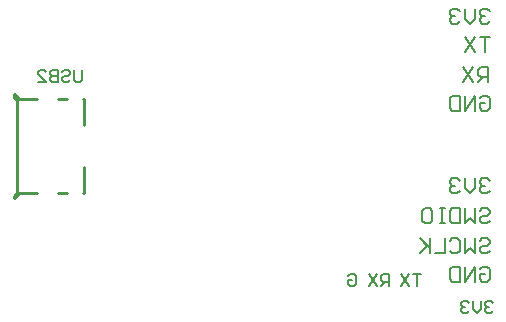
<source format=gbo>
G04*
G04 #@! TF.GenerationSoftware,Altium Limited,Altium Designer,21.2.2 (38)*
G04*
G04 Layer_Color=32896*
%FSLAX25Y25*%
%MOIN*%
G70*
G04*
G04 #@! TF.SameCoordinates,90EED6A2-F189-4C83-9C70-3762F5BC3ACE*
G04*
G04*
G04 #@! TF.FilePolarity,Positive*
G04*
G01*
G75*
%ADD10C,0.01000*%
%ADD19C,0.00800*%
D10*
X-1881Y76230D02*
X-231Y74710D01*
X-1881Y75080D02*
Y76230D01*
Y75080D02*
X-1067Y74266D01*
Y43464D02*
Y74266D01*
X-2081Y42450D02*
X-1067Y43464D01*
X-2081Y41800D02*
Y42450D01*
Y41800D02*
X-1881D01*
X-231Y43210D01*
X21429Y43250D02*
Y52080D01*
Y65920D02*
Y74750D01*
X-712D02*
X5558D01*
X-231Y43250D02*
X5558D01*
X5813D01*
X12752D02*
X15868D01*
X21232D02*
X21429D01*
X5558Y74750D02*
X5813D01*
X12752D02*
X15868D01*
X21232D02*
X21429D01*
D19*
X153368Y27465D02*
X154201Y28298D01*
X155867D01*
X156700Y27465D01*
Y26632D01*
X155867Y25799D01*
X154201D01*
X153368Y24966D01*
Y24133D01*
X154201Y23300D01*
X155867D01*
X156700Y24133D01*
X151702Y28298D02*
Y23300D01*
X150036Y24966D01*
X148369Y23300D01*
Y28298D01*
X143371Y27465D02*
X144204Y28298D01*
X145870D01*
X146703Y27465D01*
Y24133D01*
X145870Y23300D01*
X144204D01*
X143371Y24133D01*
X141705Y28298D02*
Y23300D01*
X138373D01*
X136706Y28298D02*
Y23300D01*
Y24966D01*
X133374Y28298D01*
X135873Y25799D01*
X133374Y23300D01*
X153368Y17965D02*
X154201Y18798D01*
X155867D01*
X156700Y17965D01*
Y14633D01*
X155867Y13800D01*
X154201D01*
X153368Y14633D01*
Y16299D01*
X155034D01*
X151702Y13800D02*
Y18798D01*
X148369Y13800D01*
Y18798D01*
X146703D02*
Y13800D01*
X144204D01*
X143371Y14633D01*
Y17965D01*
X144204Y18798D01*
X146703D01*
X156700Y47465D02*
X155867Y48298D01*
X154201D01*
X153368Y47465D01*
Y46632D01*
X154201Y45799D01*
X155034D01*
X154201D01*
X153368Y44966D01*
Y44133D01*
X154201Y43300D01*
X155867D01*
X156700Y44133D01*
X151702Y48298D02*
Y44966D01*
X150036Y43300D01*
X148369Y44966D01*
Y48298D01*
X146703Y47465D02*
X145870Y48298D01*
X144204D01*
X143371Y47465D01*
Y46632D01*
X144204Y45799D01*
X145037D01*
X144204D01*
X143371Y44966D01*
Y44133D01*
X144204Y43300D01*
X145870D01*
X146703Y44133D01*
X153368Y37465D02*
X154201Y38298D01*
X155867D01*
X156700Y37465D01*
Y36632D01*
X155867Y35799D01*
X154201D01*
X153368Y34966D01*
Y34133D01*
X154201Y33300D01*
X155867D01*
X156700Y34133D01*
X151702Y38298D02*
Y33300D01*
X150036Y34966D01*
X148369Y33300D01*
Y38298D01*
X146703D02*
Y33300D01*
X144204D01*
X143371Y34133D01*
Y37465D01*
X144204Y38298D01*
X146703D01*
X141705D02*
X140039D01*
X140872D01*
Y33300D01*
X141705D01*
X140039D01*
X135040Y38298D02*
X136706D01*
X137540Y37465D01*
Y34133D01*
X136706Y33300D01*
X135040D01*
X134207Y34133D01*
Y37465D01*
X135040Y38298D01*
X157700Y6632D02*
X157034Y7299D01*
X155701D01*
X155034Y6632D01*
Y5966D01*
X155701Y5299D01*
X156367D01*
X155701D01*
X155034Y4633D01*
Y3966D01*
X155701Y3300D01*
X157034D01*
X157700Y3966D01*
X153701Y7299D02*
Y4633D01*
X152368Y3300D01*
X151035Y4633D01*
Y7299D01*
X149703Y6632D02*
X149036Y7299D01*
X147703D01*
X147037Y6632D01*
Y5966D01*
X147703Y5299D01*
X148370D01*
X147703D01*
X147037Y4633D01*
Y3966D01*
X147703Y3300D01*
X149036D01*
X149703Y3966D01*
X109534Y15632D02*
X110201Y16299D01*
X111533D01*
X112200Y15632D01*
Y12967D01*
X111533Y12300D01*
X110201D01*
X109534Y12967D01*
Y14299D01*
X110867D01*
X123200Y12300D02*
Y16299D01*
X121201D01*
X120534Y15632D01*
Y14299D01*
X121201Y13633D01*
X123200D01*
X121867D02*
X120534Y12300D01*
X119201Y16299D02*
X116535Y12300D01*
Y16299D02*
X119201Y12300D01*
X133700Y16299D02*
X131034D01*
X132367D01*
Y12300D01*
X129701Y16299D02*
X127035Y12300D01*
Y16299D02*
X129701Y12300D01*
X156700Y95298D02*
X153368D01*
X155034D01*
Y90300D01*
X151702Y95298D02*
X148369Y90300D01*
Y95298D02*
X151702Y90300D01*
X153368Y74965D02*
X154201Y75798D01*
X155867D01*
X156700Y74965D01*
Y71633D01*
X155867Y70800D01*
X154201D01*
X153368Y71633D01*
Y73299D01*
X155034D01*
X151702Y70800D02*
Y75798D01*
X148369Y70800D01*
Y75798D01*
X146703D02*
Y70800D01*
X144204D01*
X143371Y71633D01*
Y74965D01*
X144204Y75798D01*
X146703D01*
X156200Y80300D02*
Y85298D01*
X153701D01*
X152868Y84465D01*
Y82799D01*
X153701Y81966D01*
X156200D01*
X154534D02*
X152868Y80300D01*
X151202Y85298D02*
X147869Y80300D01*
Y85298D02*
X151202Y80300D01*
X156700Y103965D02*
X155867Y104798D01*
X154201D01*
X153368Y103965D01*
Y103132D01*
X154201Y102299D01*
X155034D01*
X154201D01*
X153368Y101466D01*
Y100633D01*
X154201Y99800D01*
X155867D01*
X156700Y100633D01*
X151702Y104798D02*
Y101466D01*
X150036Y99800D01*
X148369Y101466D01*
Y104798D01*
X146703Y103965D02*
X145870Y104798D01*
X144204D01*
X143371Y103965D01*
Y103132D01*
X144204Y102299D01*
X145037D01*
X144204D01*
X143371Y101466D01*
Y100633D01*
X144204Y99800D01*
X145870D01*
X146703Y100633D01*
X20831Y84499D02*
Y81167D01*
X20165Y80501D01*
X18832D01*
X18165Y81167D01*
Y84499D01*
X14166Y83833D02*
X14833Y84499D01*
X16166D01*
X16832Y83833D01*
Y83166D01*
X16166Y82500D01*
X14833D01*
X14166Y81834D01*
Y81167D01*
X14833Y80501D01*
X16166D01*
X16832Y81167D01*
X12833Y84499D02*
Y80501D01*
X10834D01*
X10168Y81167D01*
Y81834D01*
X10834Y82500D01*
X12833D01*
X10834D01*
X10168Y83166D01*
Y83833D01*
X10834Y84499D01*
X12833D01*
X6169Y80501D02*
X8835D01*
X6169Y83166D01*
Y83833D01*
X6836Y84499D01*
X8168D01*
X8835Y83833D01*
M02*

</source>
